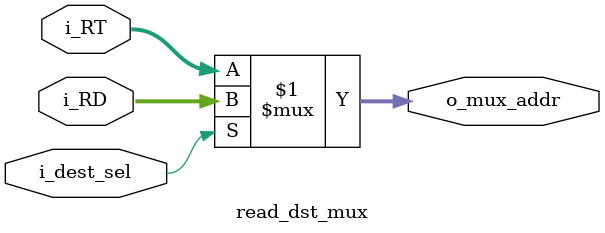
<source format=v>
module read_dst_mux (
    input  wire [4:0] i_RT,
    input  wire [4:0] i_RD,
    input  wire       i_dest_sel,
    output wire [4:0] o_mux_addr
);

    assign o_mux_addr = i_dest_sel ? i_RD : i_RT;

endmodule
</source>
